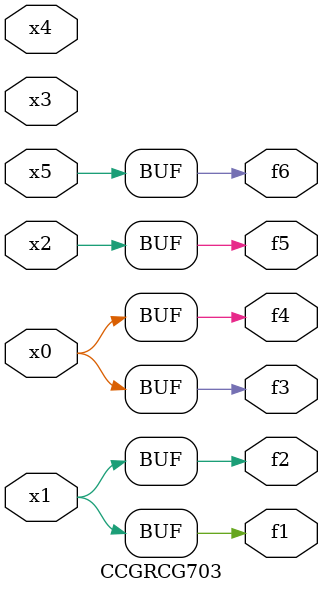
<source format=v>
module CCGRCG703(
	input x0, x1, x2, x3, x4, x5,
	output f1, f2, f3, f4, f5, f6
);
	assign f1 = x1;
	assign f2 = x1;
	assign f3 = x0;
	assign f4 = x0;
	assign f5 = x2;
	assign f6 = x5;
endmodule

</source>
